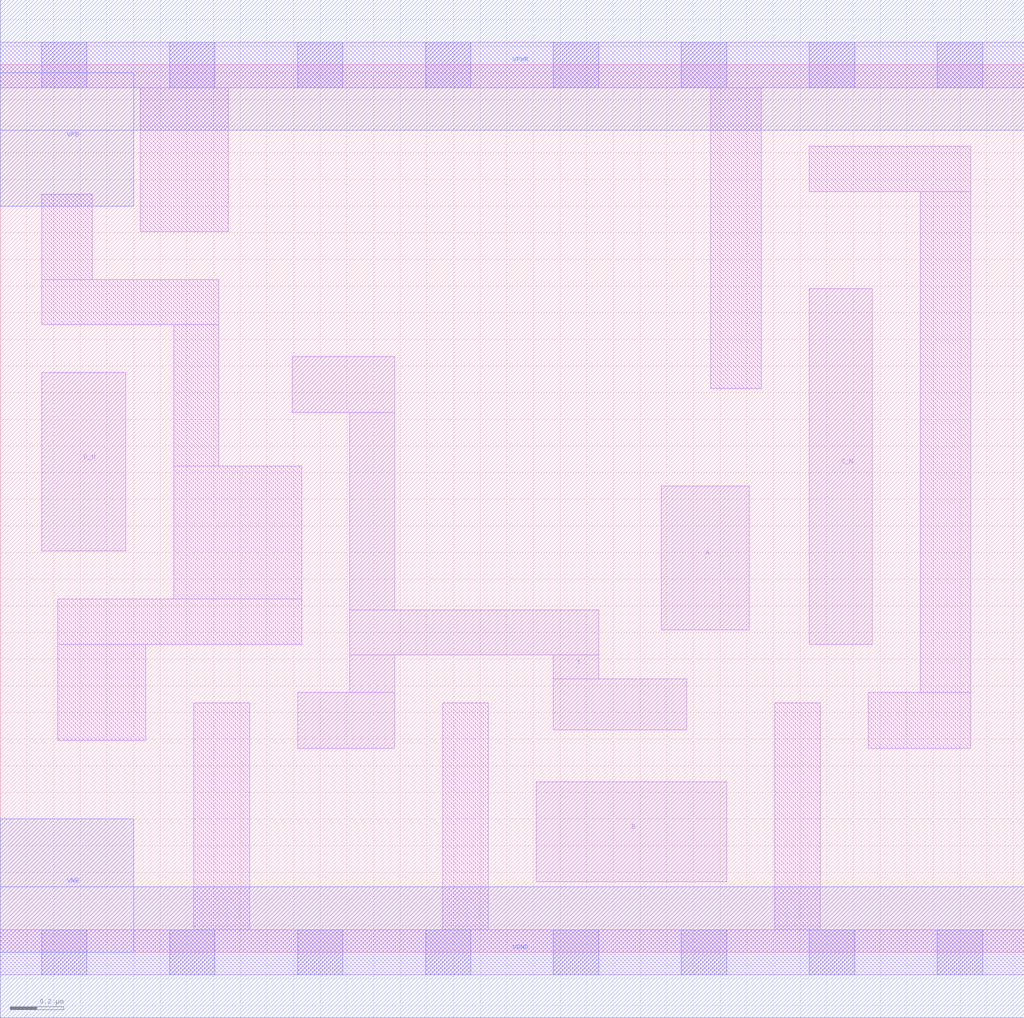
<source format=lef>
# Copyright 2020 The SkyWater PDK Authors
#
# Licensed under the Apache License, Version 2.0 (the "License");
# you may not use this file except in compliance with the License.
# You may obtain a copy of the License at
#
#     https://www.apache.org/licenses/LICENSE-2.0
#
# Unless required by applicable law or agreed to in writing, software
# distributed under the License is distributed on an "AS IS" BASIS,
# WITHOUT WARRANTIES OR CONDITIONS OF ANY KIND, either express or implied.
# See the License for the specific language governing permissions and
# limitations under the License.
#
# SPDX-License-Identifier: Apache-2.0

VERSION 5.5 ;
NAMESCASESENSITIVE ON ;
BUSBITCHARS "[]" ;
DIVIDERCHAR "/" ;
MACRO sky130_fd_sc_lp__nor4bb_m
  CLASS CORE ;
  SOURCE USER ;
  ORIGIN  0.000000  0.000000 ;
  SIZE  3.840000 BY  3.330000 ;
  SYMMETRY X Y R90 ;
  SITE unit ;
  PIN A
    ANTENNAGATEAREA  0.126000 ;
    DIRECTION INPUT ;
    USE SIGNAL ;
    PORT
      LAYER li1 ;
        RECT 2.480000 1.210000 2.810000 1.750000 ;
    END
  END A
  PIN B
    ANTENNAGATEAREA  0.126000 ;
    DIRECTION INPUT ;
    USE SIGNAL ;
    PORT
      LAYER li1 ;
        RECT 2.010000 0.265000 2.725000 0.640000 ;
    END
  END B
  PIN C_N
    ANTENNAGATEAREA  0.126000 ;
    DIRECTION INPUT ;
    USE SIGNAL ;
    PORT
      LAYER li1 ;
        RECT 3.035000 1.155000 3.270000 2.490000 ;
    END
  END C_N
  PIN D_N
    ANTENNAGATEAREA  0.126000 ;
    DIRECTION INPUT ;
    USE SIGNAL ;
    PORT
      LAYER li1 ;
        RECT 0.155000 1.505000 0.470000 2.175000 ;
    END
  END D_N
  PIN Y
    ANTENNADIFFAREA  0.346500 ;
    DIRECTION OUTPUT ;
    USE SIGNAL ;
    PORT
      LAYER li1 ;
        RECT 1.095000 2.025000 1.480000 2.235000 ;
        RECT 1.115000 0.765000 1.480000 0.975000 ;
        RECT 1.310000 0.975000 1.480000 1.115000 ;
        RECT 1.310000 1.115000 2.245000 1.285000 ;
        RECT 1.310000 1.285000 1.480000 2.025000 ;
        RECT 2.075000 0.835000 2.575000 1.025000 ;
        RECT 2.075000 1.025000 2.245000 1.115000 ;
    END
  END Y
  PIN VGND
    DIRECTION INOUT ;
    USE GROUND ;
    PORT
      LAYER met1 ;
        RECT 0.000000 -0.245000 3.840000 0.245000 ;
    END
  END VGND
  PIN VNB
    DIRECTION INOUT ;
    USE GROUND ;
    PORT
      LAYER met1 ;
        RECT 0.000000 0.000000 0.500000 0.500000 ;
    END
  END VNB
  PIN VPB
    DIRECTION INOUT ;
    USE POWER ;
    PORT
      LAYER met1 ;
        RECT 0.000000 2.800000 0.500000 3.300000 ;
    END
  END VPB
  PIN VPWR
    DIRECTION INOUT ;
    USE POWER ;
    PORT
      LAYER met1 ;
        RECT 0.000000 3.085000 3.840000 3.575000 ;
    END
  END VPWR
  OBS
    LAYER li1 ;
      RECT 0.000000 -0.085000 3.840000 0.085000 ;
      RECT 0.000000  3.245000 3.840000 3.415000 ;
      RECT 0.155000  2.355000 0.820000 2.525000 ;
      RECT 0.155000  2.525000 0.345000 2.845000 ;
      RECT 0.215000  0.795000 0.545000 1.155000 ;
      RECT 0.215000  1.155000 1.130000 1.325000 ;
      RECT 0.525000  2.705000 0.855000 3.245000 ;
      RECT 0.650000  1.325000 1.130000 1.825000 ;
      RECT 0.650000  1.825000 0.820000 2.355000 ;
      RECT 0.725000  0.085000 0.935000 0.935000 ;
      RECT 1.660000  0.085000 1.830000 0.935000 ;
      RECT 2.665000  2.115000 2.855000 3.245000 ;
      RECT 2.905000  0.085000 3.075000 0.935000 ;
      RECT 3.035000  2.855000 3.640000 3.025000 ;
      RECT 3.255000  0.765000 3.640000 0.975000 ;
      RECT 3.450000  0.975000 3.640000 2.855000 ;
    LAYER mcon ;
      RECT 0.155000 -0.085000 0.325000 0.085000 ;
      RECT 0.155000  3.245000 0.325000 3.415000 ;
      RECT 0.635000 -0.085000 0.805000 0.085000 ;
      RECT 0.635000  3.245000 0.805000 3.415000 ;
      RECT 1.115000 -0.085000 1.285000 0.085000 ;
      RECT 1.115000  3.245000 1.285000 3.415000 ;
      RECT 1.595000 -0.085000 1.765000 0.085000 ;
      RECT 1.595000  3.245000 1.765000 3.415000 ;
      RECT 2.075000 -0.085000 2.245000 0.085000 ;
      RECT 2.075000  3.245000 2.245000 3.415000 ;
      RECT 2.555000 -0.085000 2.725000 0.085000 ;
      RECT 2.555000  3.245000 2.725000 3.415000 ;
      RECT 3.035000 -0.085000 3.205000 0.085000 ;
      RECT 3.035000  3.245000 3.205000 3.415000 ;
      RECT 3.515000 -0.085000 3.685000 0.085000 ;
      RECT 3.515000  3.245000 3.685000 3.415000 ;
  END
END sky130_fd_sc_lp__nor4bb_m
END LIBRARY

</source>
